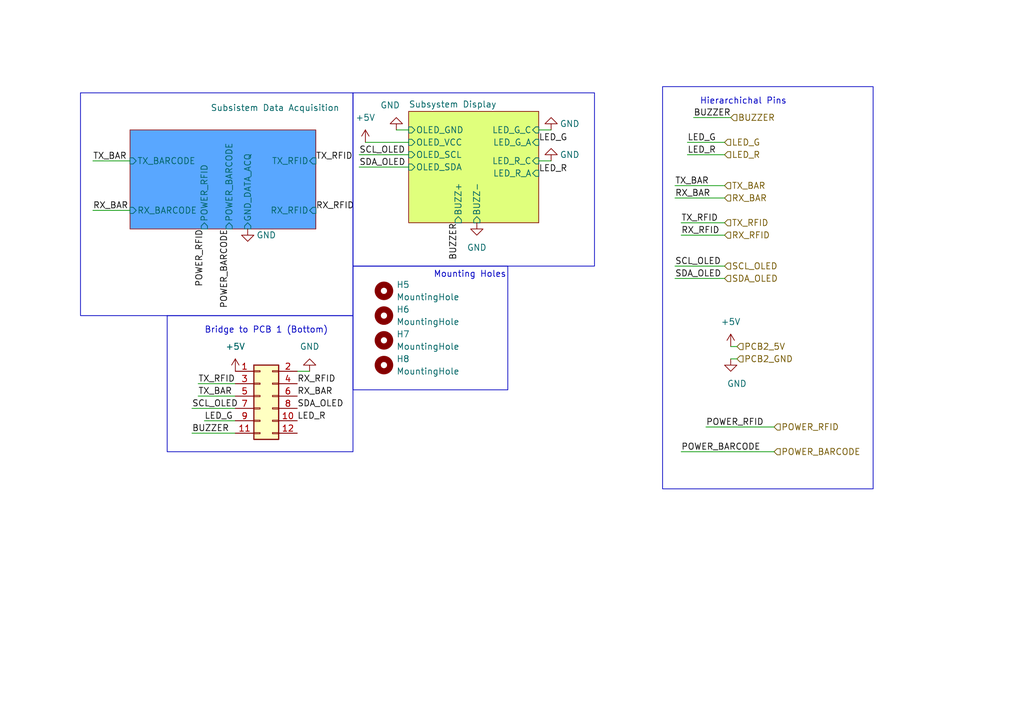
<source format=kicad_sch>
(kicad_sch (version 20230121) (generator eeschema)
  (paper "A5")
  (title_block (title "Data Acquisition, Display(PCB 2)") (date "2024-03-05") (rev "1.5") (company "Institut Teknologi Bandung") (comment 1 "Bostang Palaguna") (comment 2 "Designed By:"))
  (lib_symbols
    (symbol "Connector_Generic:Conn_02x06_Odd_Even" (pin_names (offset 1.016) hide)
      (property "Reference" "J" (at 1.27 7.62 0))
      (property "Value" "Conn_02x06_Odd_Even" (at 1.27 -10.16 0))
      (symbol "Conn_02x06_Odd_Even_1_1"
        (rectangle (start -1.27 -7.493) (end 0 -7.747) (stroke (width 0.1524)))
        (rectangle (start -1.27 -4.953) (end 0 -5.207) (stroke (width 0.1524)))
        (rectangle (start -1.27 -2.413) (end 0 -2.667) (stroke (width 0.1524)))
        (rectangle (start -1.27 0.127) (end 0 -0.127) (stroke (width 0.1524)))
        (rectangle (start -1.27 2.667) (end 0 2.413) (stroke (width 0.1524)))
        (rectangle (start -1.27 5.207) (end 0 4.953) (stroke (width 0.1524)))
        (rectangle (start -1.27 6.35) (end 3.81 -8.89) (stroke (width 0.254)) (fill (type background)))
        (rectangle (start 3.81 -7.493) (end 2.54 -7.747) (stroke (width 0.1524)))
        (rectangle (start 3.81 -4.953) (end 2.54 -5.207) (stroke (width 0.1524)))
        (rectangle (start 3.81 -2.413) (end 2.54 -2.667) (stroke (width 0.1524)))
        (rectangle (start 3.81 0.127) (end 2.54 -0.127) (stroke (width 0.1524)))
        (rectangle (start 3.81 2.667) (end 2.54 2.413) (stroke (width 0.1524)))
        (rectangle (start 3.81 5.207) (end 2.54 4.953) (stroke (width 0.1524)))
        (pin passive line (at -5.08 5.08 0) (length 3.81) (name "Pin_1") (number "1"))
        (pin passive line (at 7.62 -5.08 180) (length 3.81) (name "Pin_10") (number "10"))
        (pin passive line (at -5.08 -7.62 0) (length 3.81) (name "Pin_11") (number "11"))
        (pin passive line (at 7.62 -7.62 180) (length 3.81) (name "Pin_12") (number "12"))
        (pin passive line (at 7.62 5.08 180) (length 3.81) (name "Pin_2") (number "2"))
        (pin passive line (at -5.08 2.54 0) (length 3.81) (name "Pin_3") (number "3"))
        (pin passive line (at 7.62 2.54 180) (length 3.81) (name "Pin_4") (number "4"))
        (pin passive line (at -5.08 0 0) (length 3.81) (name "Pin_5") (number "5"))
        (pin passive line (at 7.62 0 180) (length 3.81) (name "Pin_6") (number "6"))
        (pin passive line (at -5.08 -2.54 0) (length 3.81) (name "Pin_7") (number "7"))
        (pin passive line (at 7.62 -2.54 180) (length 3.81) (name "Pin_8") (number "8"))
        (pin passive line (at -5.08 -5.08 0) (length 3.81) (name "Pin_9") (number "9"))
      )
    )
    (symbol "Mechanical:MountingHole" (pin_names (offset 1.016))
      (property "Reference" "H" (at 0 5.08 0))
      (property "Value" "MountingHole" (at 0 3.175 0))
      (symbol "MountingHole_0_1"
        (circle (center 0 0) (radius 1.27) (stroke (width 1.27)))
      )
    )
    (symbol "power:+5V" (power) (pin_names (offset 0))
      (property "Value" "+5V" (at 0 3.556 0))
      (symbol "+5V_0_1"
        (polyline (pts (xy -0.762 1.27) (xy 0 2.54)))
        (polyline (pts (xy 0 0) (xy 0 2.54)))
        (polyline (pts (xy 0 2.54) (xy 0.762 1.27)))
      )
      (symbol "+5V_1_1"
        (pin power_in line (at 0 0 90) (length 0) hide (name "+5V") (number "1"))
      )
    )
    (symbol "power:GND" (power) (pin_names (offset 0))
      (property "Value" "GND" (at 0 -3.81 0))
      (symbol "GND_0_1"
        (polyline (pts (xy 0 0) (xy 0 -1.27) (xy 1.27 -1.27) (xy 0 -2.54) (xy -1.27 -1.27) (xy 0 -1.27)))
      )
      (symbol "GND_1_1"
        (pin power_in line (at 0 0 270) (length 0) hide (name "GND") (number "1"))
      )
    )
  )
  (wire (pts (xy 110.49 33.02) (xy 113.03 33.02)))
  (wire (pts (xy 110.49 26.67) (xy 113.03 26.67)))
  (wire (pts (xy 73.66 34.29) (xy 83.82 34.29)))
  (wire (pts (xy 140.97 31.75) (xy 148.59 31.75)))
  (wire (pts (xy 149.86 71.12) (xy 151.13 71.12)))
  (wire (pts (xy 142.24 24.13) (xy 149.86 24.13)))
  (wire (pts (xy 41.91 86.36) (xy 48.26 86.36)))
  (wire (pts (xy 40.64 81.28) (xy 48.26 81.28)))
  (wire (pts (xy 81.28 26.67) (xy 83.82 26.67)))
  (wire (pts (xy 138.43 57.15) (xy 148.59 57.15)))
  (wire (pts (xy 139.7 48.26) (xy 148.59 48.26)))
  (wire (pts (xy 139.7 45.72) (xy 148.59 45.72)))
  (wire (pts (xy 144.78 87.63) (xy 158.75 87.63)))
  (wire (pts (xy 40.64 78.74) (xy 48.26 78.74)))
  (wire (pts (xy 74.93 29.21) (xy 83.82 29.21)))
  (wire (pts (xy 73.66 31.75) (xy 83.82 31.75)))
  (wire (pts (xy 19.05 43.18) (xy 26.67 43.18)))
  (wire (pts (xy 139.7 92.71) (xy 158.75 92.71)))
  (wire (pts (xy 63.5 76.2) (xy 60.96 76.2)))
  (wire (pts (xy 138.43 38.1) (xy 148.59 38.1)))
  (wire (pts (xy 39.37 88.9) (xy 48.26 88.9)))
  (wire (pts (xy 19.05 33.02) (xy 26.67 33.02)))
  (wire (pts (xy 140.97 29.21) (xy 148.59 29.21)))
  (wire (pts (xy 149.86 73.66) (xy 151.13 73.66)))
  (wire (pts (xy 138.43 40.64) (xy 148.59 40.64)))
  (wire (pts (xy 138.43 54.61) (xy 148.59 54.61)))
  (wire (pts (xy 39.37 83.82) (xy 48.26 83.82)))
  (rectangle (start 135.89 17.78) (end 179.07 100.33))
  (rectangle (start 16.51 19.05) (end 72.39 64.77))
  (rectangle (start 72.39 19.05) (end 121.92 54.61))
  (rectangle (start 72.39 54.61) (end 104.14 80.01))
  (rectangle (start 34.29 64.77) (end 72.39 92.71))
  (text "Mounting Holes" (at 88.9 57.15 0) (effects (font (size 1.27 1.27)) (justify left bottom)))
  (text "Bridge to PCB 1 (Bottom)" (at 41.91 68.58 0) (effects (font (size 1.27 1.27)) (justify left bottom)))
  (text "Hierarchichal Pins" (at 143.51 21.59 0) (effects (font (size 1.27 1.27)) (justify left bottom)))
  (label "SDA_OLED" (at 138.43 57.15 0))
  (label "RX_RFID" (at 60.96 78.74 0))
  (label "SDA_OLED" (at 60.96 83.82 0))
  (label "TX_BAR" (at 40.64 81.28 0))
  (label "LED_R" (at 110.49 35.56 0))
  (label "RX_RFID" (at 139.7 48.26 0))
  (label "TX_RFID" (at 139.7 45.72 0))
  (label "BUZZER" (at 39.37 88.9 0))
  (label "TX_BAR" (at 19.05 33.02 0))
  (label "LED_G" (at 140.97 29.21 0))
  (label "POWER_RFID" (at 144.78 87.63 0))
  (label "LED_G" (at 41.91 86.36 0))
  (label "SCL_OLED" (at 138.43 54.61 0))
  (label "RX_BAR" (at 60.96 81.28 0))
  (label "RX_BAR" (at 19.05 43.18 0))
  (label "POWER_BARCODE" (at 46.99 46.99 270))
  (label "RX_RFID" (at 64.77 43.18 0))
  (label "LED_G" (at 110.49 29.21 0))
  (label "SCL_OLED" (at 73.66 31.75 0))
  (label "POWER_RFID" (at 41.91 46.99 270))
  (label "LED_R" (at 140.97 31.75 0))
  (label "SDA_OLED" (at 73.66 34.29 0))
  (label "BUZZER" (at 93.98 45.72 270))
  (label "LED_R" (at 60.96 86.36 0))
  (label "SCL_OLED" (at 39.37 83.82 0))
  (label "TX_RFID" (at 64.77 33.02 0))
  (label "BUZZER" (at 142.24 24.13 0))
  (label "RX_BAR" (at 138.43 40.64 0))
  (label "POWER_BARCODE" (at 139.7 92.71 0))
  (label "TX_RFID" (at 40.64 78.74 0))
  (label "TX_BAR" (at 138.43 38.1 0))
  (hierarchical_label "RX_RFID" (shape input) (at 148.59 48.26 0))
  (hierarchical_label "SDA_OLED" (shape input) (at 148.59 57.15 0))
  (hierarchical_label "PCB2_GND" (shape input) (at 151.13 73.66 0))
  (hierarchical_label "PCB2_5V" (shape input) (at 151.13 71.12 0))
  (hierarchical_label "POWER_RFID" (shape input) (at 158.75 87.63 0))
  (hierarchical_label "POWER_BARCODE" (shape input) (at 158.75 92.71 0))
  (hierarchical_label "SCL_OLED" (shape input) (at 148.59 54.61 0))
  (hierarchical_label "BUZZER" (shape input) (at 149.86 24.13 0))
  (hierarchical_label "TX_BAR" (shape input) (at 148.59 38.1 0))
  (hierarchical_label "LED_G" (shape input) (at 148.59 29.21 0))
  (hierarchical_label "RX_BAR" (shape input) (at 148.59 40.64 0))
  (hierarchical_label "TX_RFID" (shape input) (at 148.59 45.72 0))
  (hierarchical_label "LED_R" (shape input) (at 148.59 31.75 0))
  (symbol (lib_id "Mechanical:MountingHole") (at 78.74 74.93 0) (unit 1)
    (property "Reference" "H8" (at 81.28 73.66 0) (effects (justify left)))
    (property "Value" "MountingHole" (at 81.28 76.2 0) (effects (justify left)))
    (property "Footprint" "MountingHole:MountingHole_2.2mm_M2" (effects hide))
  )
  (symbol (lib_id "power:GND") (at 50.8 46.99 0) (unit 1)
    (property "Reference" "#PWR020" (effects hide))
    (property "Value" "GND" (at 54.61 48.26 0))
  )
  (symbol (lib_id "Mechanical:MountingHole") (at 78.74 59.69 0) (unit 1)
    (property "Reference" "H5" (at 81.28 58.42 0) (effects (justify left)))
    (property "Value" "MountingHole" (at 81.28 60.96 0) (effects (justify left)))
    (property "Footprint" "MountingHole:MountingHole_2.2mm_M2" (effects hide))
  )
  (symbol (lib_id "power:+5V") (at 149.86 71.12 0) (unit 1)
    (property "Reference" "#PWR015" (effects hide))
    (property "Value" "+5V" (at 149.86 66.04 0))
  )
  (symbol (lib_id "power:GND") (at 113.03 33.02 180) (unit 1)
    (property "Reference" "#PWR025" (effects hide))
    (property "Value" "GND" (at 116.84 31.75 0))
  )
  (symbol (lib_id "power:GND") (at 149.86 73.66 0) (unit 1)
    (property "Reference" "#PWR021" (effects hide))
    (property "Value" "GND" (at 151.13 78.74 0))
  )
  (symbol (lib_id "power:GND") (at 63.5 76.2 180) (unit 1)
    (property "Reference" "#PWR029" (effects hide))
    (property "Value" "GND" (at 63.5 71.12 0))
  )
  (symbol (lib_id "power:GND") (at 113.03 26.67 180) (unit 1)
    (property "Reference" "#PWR024" (effects hide))
    (property "Value" "GND" (at 116.84 25.4 0))
  )
  (symbol (lib_id "power:+5V") (at 74.93 29.21 0) (unit 1)
    (property "Reference" "#PWR013" (effects hide))
    (property "Value" "+5V" (at 74.93 24.13 0))
  )
  (symbol (lib_id "Mechanical:MountingHole") (at 78.74 64.77 0) (unit 1)
    (property "Reference" "H6" (at 81.28 63.5 0) (effects (justify left)))
    (property "Value" "MountingHole" (at 81.28 66.04 0) (effects (justify left)))
    (property "Footprint" "MountingHole:MountingHole_2.2mm_M2" (effects hide))
  )
  (symbol (lib_id "power:GND") (at 81.28 26.67 180) (unit 1)
    (property "Reference" "#PWR022" (effects hide))
    (property "Value" "GND" (at 80.01 21.59 0))
  )
  (symbol (lib_id "power:+5V") (at 48.26 76.2 0) (unit 1)
    (property "Reference" "#PWR028" (effects hide))
    (property "Value" "+5V" (at 48.26 71.12 0))
  )
  (symbol (lib_id "Connector_Generic:Conn_02x06_Odd_Even") (at 53.34 81.28 0) (unit 1)
    (property "Reference" "J5" (effects hide))
    (property "Value" "Conn_02x06_Odd_Even" (effects hide))
    (property "Footprint" "Connector_JST:JST_PHD_B12B-PHDSS_2x06_P2.00mm_Vertical" (effects hide))
  )
  (symbol (lib_id "Mechanical:MountingHole") (at 78.74 69.85 0) (unit 1)
    (property "Reference" "H7" (at 81.28 68.58 0) (effects (justify left)))
    (property "Value" "MountingHole" (at 81.28 71.12 0) (effects (justify left)))
    (property "Footprint" "MountingHole:MountingHole_2.2mm_M2" (effects hide))
  )
  (symbol (lib_id "power:GND") (at 97.79 45.72 0) (unit 1)
    (property "Reference" "#PWR023" (effects hide))
    (property "Value" "GND" (at 97.79 50.8 0))
  )
  (sheet (at 26.67 26.67) (size 38.1 20.32) (stroke (width 0.1524)) (fill (color 89 167 255 1.0000))
    (property "Sheetname" "Subsistem Data Acquisition" (at 43.18 22.86 0) (effects (justify left bottom)))
    (property "Sheetfile" "DataAcquisition.kicad_sch" (effects hide))
    (pin "TX_BARCODE" input (at 26.67 33.02 180))
    (pin "GND_DATA_ACQ" input (at 50.8 46.99 270))
    (pin "RX_BARCODE" input (at 26.67 43.18 180))
    (pin "TX_RFID" input (at 64.77 33.02 0))
    (pin "RX_RFID" input (at 64.77 43.18 0))
    (pin "POWER_BARCODE" input (at 46.99 46.99 270))
    (pin "POWER_RFID" input (at 41.91 46.99 270))
  )
  (sheet (at 83.82 22.86) (size 26.67 22.86) (stroke (width 0.1524)) (fill (color 224 255 124 1.0000))
    (property "Sheetname" "Subsystem Display" (at 83.82 22.1484 0) (effects (justify left bottom)))
    (property "Sheetfile" "Display.kicad_sch" (effects hide))
    (pin "OLED_VCC" input (at 83.82 29.21 180))
    (pin "OLED_SCL" input (at 83.82 31.75 180))
    (pin "OLED_GND" input (at 83.82 26.67 180))
    (pin "LED_G_C" input (at 110.49 26.67 0))
    (pin "LED_G_A" input (at 110.49 29.21 0))
    (pin "LED_R_C" input (at 110.49 33.02 0))
    (pin "LED_R_A" input (at 110.49 35.56 0))
    (pin "BUZZ+" input (at 93.98 45.72 270))
    (pin "BUZZ-" input (at 97.79 45.72 270))
    (pin "OLED_SDA" input (at 83.82 34.29 180))
  )
)
</source>
